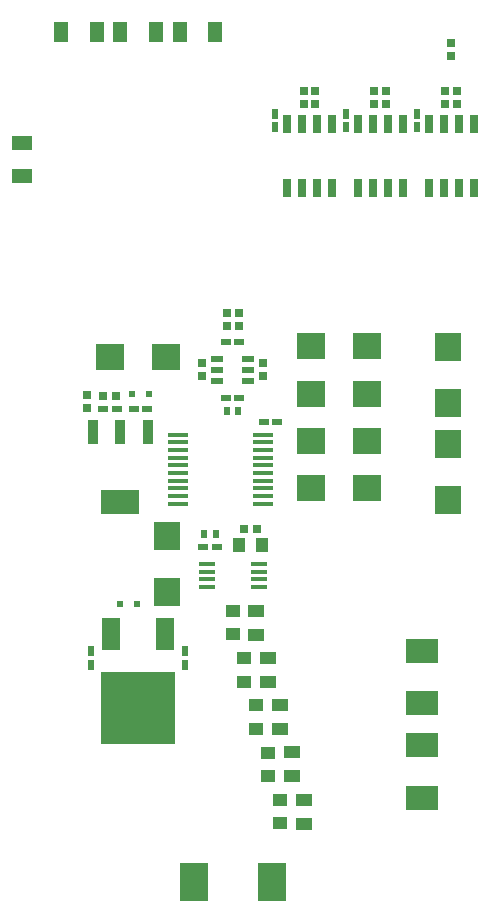
<source format=gbr>
%TF.GenerationSoftware,Altium Limited,Altium Designer,25.6.2 (33)*%
G04 Layer_Color=128*
%FSLAX45Y45*%
%MOMM*%
%TF.SameCoordinates,4265A882-CCA4-4A53-A555-757F884491BB*%
%TF.FilePolarity,Positive*%
%TF.FileFunction,Paste,Bot*%
%TF.Part,Single*%
G01*
G75*
%TA.AperFunction,SMDPad,CuDef*%
%ADD11R,0.65000X0.80000*%
%ADD14R,0.85000X0.60000*%
%ADD16R,1.80000X1.30000*%
%ADD17R,0.80000X0.65000*%
%ADD38R,1.75000X0.45000*%
%ADD39R,6.30000X6.10000*%
%ADD40R,1.50000X2.80000*%
%ADD41R,2.30000X2.45000*%
%ADD42R,2.74300X2.15900*%
%ADD43R,0.90000X2.10000*%
%ADD44R,0.50000X0.60000*%
%ADD45R,2.45000X2.30000*%
%ADD46R,0.60000X0.85000*%
G04:AMPARAMS|DCode=47|XSize=1.55mm|YSize=0.6mm|CornerRadius=0.05mm|HoleSize=0mm|Usage=FLASHONLY|Rotation=90.000|XOffset=0mm|YOffset=0mm|HoleType=Round|Shape=RoundedRectangle|*
%AMROUNDEDRECTD47*
21,1,1.55000,0.50000,0,0,90.0*
21,1,1.45000,0.60000,0,0,90.0*
1,1,0.10000,0.25000,0.72500*
1,1,0.10000,0.25000,-0.72500*
1,1,0.10000,-0.25000,-0.72500*
1,1,0.10000,-0.25000,0.72500*
%
%ADD47ROUNDEDRECTD47*%
%ADD48R,1.00000X1.15000*%
%ADD49R,1.10000X0.60000*%
%ADD50R,1.45000X0.45000*%
%ADD51R,2.40000X3.30000*%
%ADD52R,1.30000X1.80000*%
%ADD53R,3.30000X2.10000*%
%ADD54R,0.57000X0.64000*%
%ADD55R,1.40000X1.05000*%
%ADD56R,1.15000X1.00000*%
D11*
X1850000Y7505000D02*
D03*
Y7395000D02*
D03*
X50000Y5225000D02*
D03*
X-260000Y4685000D02*
D03*
X-1230000Y4415000D02*
D03*
X700000Y7105000D02*
D03*
X600000D02*
D03*
X1900000D02*
D03*
X1800000D02*
D03*
X1300000D02*
D03*
X1200000D02*
D03*
X-1230000Y4525000D02*
D03*
X1900000Y6995000D02*
D03*
X1800000D02*
D03*
X1300000D02*
D03*
X1200000D02*
D03*
X700000D02*
D03*
X600000D02*
D03*
X-260000Y4795000D02*
D03*
X260000D02*
D03*
Y4685000D02*
D03*
X50000Y5115000D02*
D03*
X-50000D02*
D03*
Y5225000D02*
D03*
D14*
X-722500Y4410000D02*
D03*
X377500Y4300000D02*
D03*
X-57500Y4500000D02*
D03*
X-132500Y3240000D02*
D03*
X-1097500Y4410000D02*
D03*
X-837500D02*
D03*
X-982500D02*
D03*
X-247500Y3240000D02*
D03*
X262500Y4300000D02*
D03*
X57500Y4500000D02*
D03*
X-57500Y4980000D02*
D03*
X57500D02*
D03*
D16*
X-1780000Y6660000D02*
D03*
Y6380000D02*
D03*
D17*
X95000Y3390000D02*
D03*
X-985000Y4520000D02*
D03*
X-1095000D02*
D03*
X205000Y3390000D02*
D03*
D38*
X-460000Y4192500D02*
D03*
Y4127500D02*
D03*
Y4062500D02*
D03*
Y3997500D02*
D03*
Y3932500D02*
D03*
Y3867500D02*
D03*
Y3802500D02*
D03*
Y3737500D02*
D03*
Y3672500D02*
D03*
Y3607500D02*
D03*
X260000D02*
D03*
Y3672500D02*
D03*
Y3737500D02*
D03*
Y3802500D02*
D03*
Y3867500D02*
D03*
Y3932500D02*
D03*
Y3997500D02*
D03*
Y4062500D02*
D03*
Y4127500D02*
D03*
Y4192500D02*
D03*
D39*
X-800000Y1875000D02*
D03*
D40*
X-571400Y2500000D02*
D03*
X-1028600D02*
D03*
D41*
X1825000Y4112500D02*
D03*
Y3637500D02*
D03*
Y4462500D02*
D03*
Y4937500D02*
D03*
X-560000Y3337500D02*
D03*
Y2862500D02*
D03*
D42*
X1600000Y2361000D02*
D03*
Y1561000D02*
D03*
Y1119000D02*
D03*
Y1919000D02*
D03*
D43*
X-720000Y4215000D02*
D03*
X-950000D02*
D03*
X-1180000D02*
D03*
D44*
X-710000Y4540000D02*
D03*
X-950000Y2760000D02*
D03*
X-850000Y4540000D02*
D03*
X-810000Y2760000D02*
D03*
D45*
X1137500Y4940000D02*
D03*
Y4540000D02*
D03*
Y4140000D02*
D03*
Y3740000D02*
D03*
X662500Y4940000D02*
D03*
Y4540000D02*
D03*
Y4140000D02*
D03*
Y3740000D02*
D03*
X-562500Y4850000D02*
D03*
X-1037500D02*
D03*
D46*
X-1200000Y2357500D02*
D03*
X1560000Y6907500D02*
D03*
X360000D02*
D03*
X960000D02*
D03*
X-400000Y2242500D02*
D03*
X-1200000D02*
D03*
X-400000Y2357500D02*
D03*
X1560000Y6792500D02*
D03*
X960000D02*
D03*
X360000D02*
D03*
D47*
X2040500Y6820000D02*
D03*
X1440500D02*
D03*
X840500D02*
D03*
X2040500Y6280000D02*
D03*
X1913500D02*
D03*
X1786500D02*
D03*
X1659500D02*
D03*
Y6820000D02*
D03*
X1786500D02*
D03*
X1913500D02*
D03*
X1440500Y6280000D02*
D03*
X1313500D02*
D03*
X1186500D02*
D03*
X1059500D02*
D03*
Y6820000D02*
D03*
X1186500D02*
D03*
X1313500D02*
D03*
X840500Y6280000D02*
D03*
X713500D02*
D03*
X586500D02*
D03*
X459500D02*
D03*
Y6820000D02*
D03*
X586500D02*
D03*
X713500D02*
D03*
D48*
X50000Y3260000D02*
D03*
X250000D02*
D03*
D49*
X-130000Y4740000D02*
D03*
Y4645000D02*
D03*
Y4835000D02*
D03*
X130000D02*
D03*
Y4740000D02*
D03*
Y4645000D02*
D03*
D50*
X220000Y2902500D02*
D03*
X-220000Y3097500D02*
D03*
X220000D02*
D03*
Y3032500D02*
D03*
Y2967500D02*
D03*
X-220000Y3032500D02*
D03*
Y2967500D02*
D03*
Y2902500D02*
D03*
D51*
X-330000Y400000D02*
D03*
X330000D02*
D03*
D52*
X-450000Y7600000D02*
D03*
X-150000D02*
D03*
X-1450000D02*
D03*
X-1150000D02*
D03*
X-950000D02*
D03*
X-650000D02*
D03*
D53*
X-950000Y3625000D02*
D03*
D54*
X-141000Y3350000D02*
D03*
X-239000D02*
D03*
X-49000Y4390000D02*
D03*
X49000D02*
D03*
D55*
X200000Y2497500D02*
D03*
Y2702500D02*
D03*
X300000Y2097500D02*
D03*
Y2302500D02*
D03*
X400000Y1697500D02*
D03*
Y1902500D02*
D03*
X500000Y1297500D02*
D03*
Y1502500D02*
D03*
X600000Y897500D02*
D03*
Y1102500D02*
D03*
D56*
X0Y2500000D02*
D03*
Y2700000D02*
D03*
X100000Y2100000D02*
D03*
Y2300000D02*
D03*
X200000Y1700000D02*
D03*
Y1900000D02*
D03*
X300000Y1300000D02*
D03*
Y1500000D02*
D03*
X400000Y900000D02*
D03*
Y1100000D02*
D03*
%TF.MD5,890d75b94b0657f0781affcf3f5f0004*%
M02*

</source>
